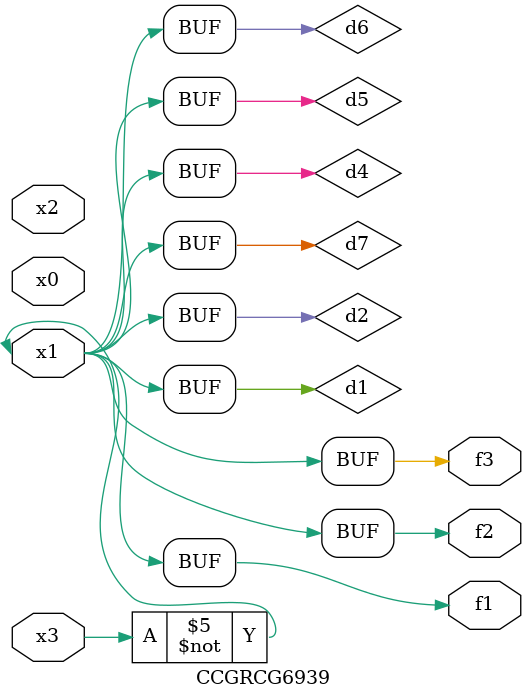
<source format=v>
module CCGRCG6939(
	input x0, x1, x2, x3,
	output f1, f2, f3
);

	wire d1, d2, d3, d4, d5, d6, d7;

	not (d1, x3);
	buf (d2, x1);
	xnor (d3, d1, d2);
	nor (d4, d1);
	buf (d5, d1, d2);
	buf (d6, d4, d5);
	nand (d7, d4);
	assign f1 = d6;
	assign f2 = d7;
	assign f3 = d6;
endmodule

</source>
